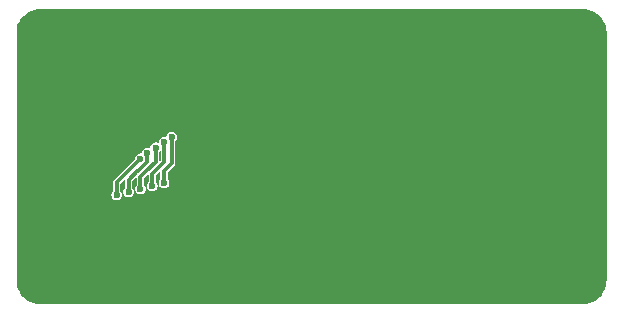
<source format=gbl>
G04 #@! TF.GenerationSoftware,KiCad,Pcbnew,8.0.7*
G04 #@! TF.CreationDate,2025-01-15T21:05:11+03:00*
G04 #@! TF.ProjectId,Connector,436f6e6e-6563-4746-9f72-2e6b69636164,rev?*
G04 #@! TF.SameCoordinates,Original*
G04 #@! TF.FileFunction,Copper,L2,Bot*
G04 #@! TF.FilePolarity,Positive*
%FSLAX46Y46*%
G04 Gerber Fmt 4.6, Leading zero omitted, Abs format (unit mm)*
G04 Created by KiCad (PCBNEW 8.0.7) date 2025-01-15 21:05:11*
%MOMM*%
%LPD*%
G01*
G04 APERTURE LIST*
G04 #@! TA.AperFunction,ViaPad*
%ADD10C,0.600000*%
G04 #@! TD*
G04 #@! TA.AperFunction,Conductor*
%ADD11C,0.304800*%
G04 #@! TD*
G04 APERTURE END LIST*
D10*
X136000000Y-107250000D03*
X136654526Y-103360001D03*
X133000000Y-108000000D03*
X134599825Y-104731601D03*
X136031488Y-103817201D03*
X135000000Y-107500000D03*
X134000000Y-105188800D03*
X132000000Y-108250000D03*
X135283834Y-104274401D03*
X134000000Y-107750000D03*
D11*
X136000000Y-107250000D02*
X136000000Y-106250000D01*
X136654526Y-105595474D02*
X136654526Y-103360001D01*
X136000000Y-106250000D02*
X136654526Y-105595474D01*
X133750000Y-106250000D02*
X133000000Y-107000000D01*
X133794117Y-106250000D02*
X133750000Y-106250000D01*
X133000000Y-107000000D02*
X133000000Y-108000000D01*
X134599825Y-104731601D02*
X134604800Y-104736576D01*
X134604800Y-104736576D02*
X134604800Y-105439317D01*
X134604800Y-105439317D02*
X133794117Y-106250000D01*
X135000000Y-106500000D02*
X135000000Y-107500000D01*
X136031488Y-105468512D02*
X135000000Y-106500000D01*
X136031488Y-103817201D02*
X136031488Y-105468512D01*
X134000000Y-105188800D02*
X132000000Y-107188800D01*
X132000000Y-107188800D02*
X132000000Y-108250000D01*
X134500000Y-106250000D02*
X134000000Y-106750000D01*
X135283834Y-105466166D02*
X134500000Y-106250000D01*
X134000000Y-106750000D02*
X134000000Y-107750000D01*
X135283834Y-104274401D02*
X135283834Y-105466166D01*
G04 #@! TA.AperFunction,NonConductor*
G36*
X171502518Y-92529192D02*
G01*
X171755994Y-92545806D01*
X171761606Y-92546545D01*
X172009347Y-92595823D01*
X172014831Y-92597293D01*
X172254020Y-92678487D01*
X172259257Y-92680657D01*
X172485793Y-92792372D01*
X172490716Y-92795214D01*
X172700731Y-92935542D01*
X172705240Y-92939002D01*
X172895141Y-93105540D01*
X172899159Y-93109558D01*
X173065697Y-93299459D01*
X173069157Y-93303968D01*
X173209485Y-93513983D01*
X173212327Y-93518906D01*
X173324039Y-93745435D01*
X173326214Y-93750685D01*
X173407405Y-93989865D01*
X173408876Y-93995355D01*
X173458152Y-94243081D01*
X173458894Y-94248716D01*
X173475507Y-94502181D01*
X173475600Y-94505023D01*
X173475600Y-115502176D01*
X173475507Y-115505018D01*
X173458894Y-115758483D01*
X173458152Y-115764118D01*
X173408876Y-116011844D01*
X173407405Y-116017334D01*
X173326214Y-116256514D01*
X173324039Y-116261764D01*
X173212327Y-116488293D01*
X173209485Y-116493216D01*
X173069157Y-116703231D01*
X173065697Y-116707740D01*
X172899159Y-116897641D01*
X172895141Y-116901659D01*
X172705240Y-117068197D01*
X172700731Y-117071657D01*
X172490716Y-117211985D01*
X172485793Y-117214827D01*
X172259264Y-117326539D01*
X172254014Y-117328714D01*
X172014834Y-117409905D01*
X172009344Y-117411376D01*
X171761618Y-117460652D01*
X171755983Y-117461394D01*
X171502519Y-117478007D01*
X171499677Y-117478100D01*
X125502523Y-117478100D01*
X125499681Y-117478007D01*
X125246216Y-117461394D01*
X125240581Y-117460652D01*
X124992855Y-117411376D01*
X124987365Y-117409905D01*
X124748185Y-117328714D01*
X124742935Y-117326539D01*
X124516406Y-117214827D01*
X124511483Y-117211985D01*
X124301468Y-117071657D01*
X124296959Y-117068197D01*
X124107058Y-116901659D01*
X124103040Y-116897641D01*
X123936502Y-116707740D01*
X123933042Y-116703231D01*
X123792714Y-116493216D01*
X123789872Y-116488293D01*
X123678160Y-116261764D01*
X123675987Y-116256520D01*
X123594793Y-116017331D01*
X123593323Y-116011844D01*
X123570997Y-115899603D01*
X123544045Y-115764106D01*
X123543306Y-115758494D01*
X123526693Y-115505018D01*
X123526600Y-115502176D01*
X123526600Y-108250000D01*
X131542443Y-108250000D01*
X131560977Y-108378909D01*
X131560978Y-108378912D01*
X131578011Y-108416208D01*
X131615079Y-108497374D01*
X131700364Y-108595799D01*
X131809924Y-108666208D01*
X131934883Y-108702900D01*
X131934885Y-108702900D01*
X132065115Y-108702900D01*
X132065117Y-108702900D01*
X132190076Y-108666208D01*
X132299636Y-108595799D01*
X132384921Y-108497374D01*
X132439023Y-108378909D01*
X132457557Y-108250000D01*
X132439023Y-108121091D01*
X132384921Y-108002626D01*
X132315912Y-107922984D01*
X132305300Y-107894531D01*
X132305300Y-107333256D01*
X132318025Y-107302533D01*
X132620526Y-107000031D01*
X132651250Y-106987306D01*
X132681974Y-107000032D01*
X132694700Y-107030756D01*
X132694700Y-107644531D01*
X132684088Y-107672984D01*
X132615078Y-107752626D01*
X132615077Y-107752628D01*
X132560977Y-107871091D01*
X132542443Y-108000000D01*
X132560977Y-108128909D01*
X132560978Y-108128912D01*
X132578011Y-108166208D01*
X132615079Y-108247374D01*
X132700364Y-108345799D01*
X132809924Y-108416208D01*
X132934883Y-108452900D01*
X132934885Y-108452900D01*
X133065115Y-108452900D01*
X133065117Y-108452900D01*
X133190076Y-108416208D01*
X133299636Y-108345799D01*
X133384921Y-108247374D01*
X133439023Y-108128909D01*
X133457557Y-108000000D01*
X133439023Y-107871091D01*
X133384921Y-107752626D01*
X133315912Y-107672984D01*
X133305300Y-107644531D01*
X133305300Y-107144457D01*
X133318026Y-107113733D01*
X133620526Y-106811233D01*
X133651250Y-106798507D01*
X133681974Y-106811233D01*
X133694700Y-106841957D01*
X133694700Y-107394531D01*
X133684088Y-107422984D01*
X133615078Y-107502626D01*
X133615077Y-107502628D01*
X133560977Y-107621091D01*
X133542443Y-107750000D01*
X133560977Y-107878909D01*
X133560978Y-107878912D01*
X133594768Y-107952900D01*
X133615079Y-107997374D01*
X133700364Y-108095799D01*
X133809924Y-108166208D01*
X133934883Y-108202900D01*
X133934885Y-108202900D01*
X134065115Y-108202900D01*
X134065117Y-108202900D01*
X134190076Y-108166208D01*
X134299636Y-108095799D01*
X134384921Y-107997374D01*
X134439023Y-107878909D01*
X134457557Y-107750000D01*
X134439023Y-107621091D01*
X134384921Y-107502626D01*
X134315912Y-107422984D01*
X134305300Y-107394531D01*
X134305300Y-106894457D01*
X134318026Y-106863733D01*
X134620526Y-106561233D01*
X134651250Y-106548507D01*
X134681974Y-106561233D01*
X134694700Y-106591957D01*
X134694700Y-107144531D01*
X134684088Y-107172984D01*
X134615078Y-107252626D01*
X134615077Y-107252628D01*
X134560977Y-107371091D01*
X134542443Y-107500000D01*
X134560977Y-107628909D01*
X134560978Y-107628912D01*
X134594768Y-107702900D01*
X134615079Y-107747374D01*
X134700364Y-107845799D01*
X134809924Y-107916208D01*
X134934883Y-107952900D01*
X134934885Y-107952900D01*
X135065115Y-107952900D01*
X135065117Y-107952900D01*
X135190076Y-107916208D01*
X135299636Y-107845799D01*
X135384921Y-107747374D01*
X135439023Y-107628909D01*
X135457557Y-107500000D01*
X135439023Y-107371091D01*
X135384921Y-107252626D01*
X135315912Y-107172984D01*
X135305300Y-107144531D01*
X135305300Y-106644457D01*
X135318026Y-106613733D01*
X135620526Y-106311233D01*
X135651250Y-106298507D01*
X135681974Y-106311233D01*
X135694700Y-106341957D01*
X135694700Y-106894531D01*
X135684088Y-106922984D01*
X135615078Y-107002626D01*
X135615077Y-107002628D01*
X135560977Y-107121091D01*
X135542443Y-107250000D01*
X135560977Y-107378909D01*
X135560978Y-107378912D01*
X135615077Y-107497370D01*
X135615079Y-107497374D01*
X135700364Y-107595799D01*
X135809924Y-107666208D01*
X135934883Y-107702900D01*
X135934885Y-107702900D01*
X136065115Y-107702900D01*
X136065117Y-107702900D01*
X136190076Y-107666208D01*
X136299636Y-107595799D01*
X136384921Y-107497374D01*
X136439023Y-107378909D01*
X136457557Y-107250000D01*
X136439023Y-107121091D01*
X136384921Y-107002626D01*
X136315912Y-106922984D01*
X136305300Y-106894531D01*
X136305300Y-106394457D01*
X136318026Y-106363733D01*
X136444700Y-106237059D01*
X136898827Y-105782933D01*
X136939020Y-105713315D01*
X136939316Y-105712208D01*
X136939783Y-105710468D01*
X136939783Y-105710464D01*
X136959826Y-105635667D01*
X136959826Y-103715468D01*
X136970438Y-103687015D01*
X137039447Y-103607375D01*
X137093549Y-103488910D01*
X137112083Y-103360001D01*
X137093549Y-103231092D01*
X137039447Y-103112627D01*
X136954162Y-103014202D01*
X136844602Y-102943793D01*
X136719643Y-102907101D01*
X136589409Y-102907101D01*
X136506103Y-102931562D01*
X136464449Y-102943793D01*
X136354888Y-103014203D01*
X136269606Y-103112625D01*
X136269603Y-103112630D01*
X136215504Y-103231088D01*
X136215503Y-103231091D01*
X136199446Y-103342769D01*
X136182476Y-103371369D01*
X136150254Y-103379593D01*
X136144197Y-103378275D01*
X136119861Y-103371129D01*
X136096605Y-103364301D01*
X135966371Y-103364301D01*
X135883065Y-103388762D01*
X135841411Y-103400993D01*
X135731850Y-103471403D01*
X135646568Y-103569825D01*
X135646565Y-103569830D01*
X135592466Y-103688288D01*
X135592465Y-103688291D01*
X135573931Y-103817201D01*
X135577067Y-103839017D01*
X135568842Y-103871239D01*
X135540241Y-103888207D01*
X135510569Y-103881752D01*
X135473910Y-103858193D01*
X135348951Y-103821501D01*
X135218717Y-103821501D01*
X135135411Y-103845962D01*
X135093757Y-103858193D01*
X134984196Y-103928603D01*
X134898914Y-104027025D01*
X134898911Y-104027030D01*
X134844812Y-104145488D01*
X134844811Y-104145491D01*
X134826284Y-104274347D01*
X134809314Y-104302947D01*
X134777092Y-104311171D01*
X134771035Y-104309853D01*
X134714670Y-104293302D01*
X134664942Y-104278701D01*
X134534708Y-104278701D01*
X134452135Y-104302947D01*
X134409748Y-104315393D01*
X134300187Y-104385803D01*
X134214905Y-104484225D01*
X134214902Y-104484230D01*
X134160803Y-104602688D01*
X134160802Y-104602691D01*
X134145686Y-104707829D01*
X134128717Y-104736429D01*
X134096494Y-104744653D01*
X134090440Y-104743335D01*
X134065117Y-104735900D01*
X133934883Y-104735900D01*
X133853686Y-104759742D01*
X133809923Y-104772592D01*
X133700362Y-104843002D01*
X133615080Y-104941424D01*
X133615077Y-104941429D01*
X133560978Y-105059887D01*
X133560977Y-105059890D01*
X133542443Y-105188801D01*
X133542443Y-105188804D01*
X133542591Y-105189835D01*
X133542443Y-105190414D01*
X133542443Y-105191906D01*
X133542062Y-105191906D01*
X133534360Y-105222055D01*
X133530306Y-105226733D01*
X131755700Y-107001340D01*
X131736559Y-107034494D01*
X131715506Y-107070958D01*
X131715505Y-107070959D01*
X131694700Y-107148600D01*
X131694700Y-107894531D01*
X131684088Y-107922984D01*
X131615078Y-108002626D01*
X131615077Y-108002628D01*
X131560977Y-108121091D01*
X131542443Y-108250000D01*
X123526600Y-108250000D01*
X123526600Y-94505023D01*
X123526693Y-94502181D01*
X123535301Y-94370842D01*
X123543306Y-94248703D01*
X123544045Y-94243095D01*
X123593324Y-93995348D01*
X123594792Y-93989872D01*
X123675989Y-93750673D01*
X123678154Y-93745447D01*
X123789875Y-93518899D01*
X123792710Y-93513989D01*
X123933045Y-93303963D01*
X123936502Y-93299459D01*
X124103050Y-93109547D01*
X124107047Y-93105550D01*
X124296963Y-92938998D01*
X124301463Y-92935545D01*
X124511489Y-92795210D01*
X124516399Y-92792375D01*
X124742947Y-92680654D01*
X124748173Y-92678489D01*
X124987372Y-92597292D01*
X124992848Y-92595824D01*
X125240595Y-92546545D01*
X125246203Y-92545806D01*
X125499681Y-92529192D01*
X125502523Y-92529100D01*
X125509385Y-92529100D01*
X171492815Y-92529100D01*
X171499677Y-92529100D01*
X171502518Y-92529192D01*
G37*
G04 #@! TD.AperFunction*
G04 #@! TA.AperFunction,NonConductor*
G36*
X135711192Y-104539150D02*
G01*
X135726077Y-104568887D01*
X135726188Y-104571987D01*
X135726188Y-105324055D01*
X135713462Y-105354779D01*
X135663308Y-105404933D01*
X135632584Y-105417659D01*
X135601860Y-105404933D01*
X135589134Y-105374209D01*
X135589134Y-104629868D01*
X135599746Y-104601415D01*
X135649902Y-104543532D01*
X135679638Y-104528648D01*
X135711192Y-104539150D01*
G37*
G04 #@! TD.AperFunction*
M02*

</source>
